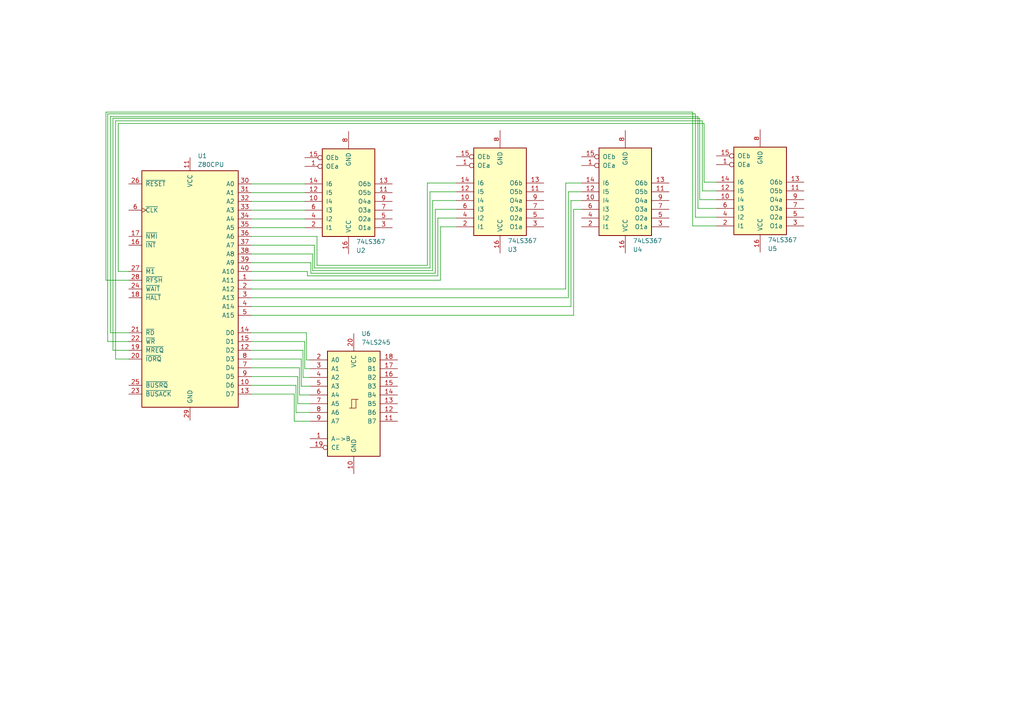
<source format=kicad_sch>
(kicad_sch (version 20230121) (generator eeschema)
  (paper "A4")
  (lib_symbols
    (symbol "74xx:74LS245" (pin_names (offset 1.016))
      (property "Reference" "U" (at -7.62 16.51 0))
      (property "Value" "74LS245" (at -7.62 -16.51 0))
      (symbol "74LS245_1_0"
        (polyline (pts (xy -0.635 -1.27) (xy -0.635 1.27) (xy 0.635 1.27)))
        (polyline (pts (xy -1.27 -1.27) (xy 0.635 -1.27) (xy 0.635 1.27) (xy 1.27 1.27)))
        (pin input line (at -12.7 -10.16 0) (length 5.08) (name "A->B") (number "1"))
        (pin power_in line (at 0 -20.32 90) (length 5.08) (name "GND") (number "10"))
        (pin tri_state line (at 12.7 -5.08 180) (length 5.08) (name "B7") (number "11"))
        (pin tri_state line (at 12.7 -2.54 180) (length 5.08) (name "B6") (number "12"))
        (pin tri_state line (at 12.7 0 180) (length 5.08) (name "B5") (number "13"))
        (pin tri_state line (at 12.7 2.54 180) (length 5.08) (name "B4") (number "14"))
        (pin tri_state line (at 12.7 5.08 180) (length 5.08) (name "B3") (number "15"))
        (pin tri_state line (at 12.7 7.62 180) (length 5.08) (name "B2") (number "16"))
        (pin tri_state line (at 12.7 10.16 180) (length 5.08) (name "B1") (number "17"))
        (pin tri_state line (at 12.7 12.7 180) (length 5.08) (name "B0") (number "18"))
        (pin input inverted (at -12.7 -12.7 0) (length 5.08) (name "CE") (number "19"))
        (pin tri_state line (at -12.7 12.7 0) (length 5.08) (name "A0") (number "2"))
        (pin power_in line (at 0 20.32 270) (length 5.08) (name "VCC") (number "20"))
        (pin tri_state line (at -12.7 10.16 0) (length 5.08) (name "A1") (number "3"))
        (pin tri_state line (at -12.7 7.62 0) (length 5.08) (name "A2") (number "4"))
        (pin tri_state line (at -12.7 5.08 0) (length 5.08) (name "A3") (number "5"))
        (pin tri_state line (at -12.7 2.54 0) (length 5.08) (name "A4") (number "6"))
        (pin tri_state line (at -12.7 0 0) (length 5.08) (name "A5") (number "7"))
        (pin tri_state line (at -12.7 -2.54 0) (length 5.08) (name "A6") (number "8"))
        (pin tri_state line (at -12.7 -5.08 0) (length 5.08) (name "A7") (number "9"))
      )
      (symbol "74LS245_1_1"
        (rectangle (start -7.62 15.24) (end 7.62 -15.24) (stroke (width 0.254)) (fill (type background)))
      )
    )
    (symbol "74xx:74LS367" (pin_names (offset 1.016))
      (property "Reference" "U" (at -7.62 13.97 0))
      (property "Value" "74LS367" (at -7.62 -13.97 0))
      (symbol "74LS367_1_0"
        (pin input inverted (at -12.7 -7.62 0) (length 5.08) (name "OEa") (number "1"))
        (pin input line (at -12.7 2.54 0) (length 5.08) (name "I4") (number "10"))
        (pin tri_state line (at 12.7 0 180) (length 5.08) (name "O5b") (number "11"))
        (pin input line (at -12.7 0 0) (length 5.08) (name "I5") (number "12"))
        (pin tri_state line (at 12.7 -2.54 180) (length 5.08) (name "O6b") (number "13"))
        (pin input line (at -12.7 -2.54 0) (length 5.08) (name "I6") (number "14"))
        (pin input inverted (at -12.7 -10.16 0) (length 5.08) (name "OEb") (number "15"))
        (pin power_in line (at 0 17.78 270) (length 5.08) (name "VCC") (number "16"))
        (pin input line (at -12.7 10.16 0) (length 5.08) (name "I1") (number "2"))
        (pin tri_state line (at 12.7 10.16 180) (length 5.08) (name "O1a") (number "3"))
        (pin input line (at -12.7 7.62 0) (length 5.08) (name "I2") (number "4"))
        (pin tri_state line (at 12.7 7.62 180) (length 5.08) (name "O2a") (number "5"))
        (pin input line (at -12.7 5.08 0) (length 5.08) (name "I3") (number "6"))
        (pin tri_state line (at 12.7 5.08 180) (length 5.08) (name "O3a") (number "7"))
        (pin power_in line (at 0 -17.78 90) (length 5.08) (name "GND") (number "8"))
        (pin tri_state line (at 12.7 2.54 180) (length 5.08) (name "O4a") (number "9"))
      )
      (symbol "74LS367_1_1"
        (rectangle (start -7.62 12.7) (end 7.62 -12.7) (stroke (width 0.254)) (fill (type background)))
      )
    )
    (symbol "CPU:Z80CPU" (pin_names (offset 1.016))
      (property "Reference" "U" (at -13.97 35.56 0))
      (property "Value" "Z80CPU" (at 6.35 35.56 0))
      (symbol "Z80CPU_0_1"
        (rectangle (start -13.97 34.29) (end 13.97 -34.29) (stroke (width 0.254)) (fill (type background)))
      )
      (symbol "Z80CPU_1_1"
        (pin output line (at 17.78 2.54 180) (length 3.81) (name "A11") (number "1"))
        (pin bidirectional line (at 17.78 -27.94 180) (length 3.81) (name "D6") (number "10"))
        (pin power_in line (at 0 38.1 270) (length 3.81) (name "VCC") (number "11"))
        (pin bidirectional line (at 17.78 -17.78 180) (length 3.81) (name "D2") (number "12"))
        (pin bidirectional line (at 17.78 -30.48 180) (length 3.81) (name "D7") (number "13"))
        (pin bidirectional line (at 17.78 -12.7 180) (length 3.81) (name "D0") (number "14"))
        (pin bidirectional line (at 17.78 -15.24 180) (length 3.81) (name "D1") (number "15"))
        (pin input line (at -17.78 12.7 0) (length 3.81) (name "~{INT}") (number "16"))
        (pin input line (at -17.78 15.24 0) (length 3.81) (name "~{NMI}") (number "17"))
        (pin output line (at -17.78 -2.54 0) (length 3.81) (name "~{HALT}") (number "18"))
        (pin output line (at -17.78 -17.78 0) (length 3.81) (name "~{MREQ}") (number "19"))
        (pin output line (at 17.78 0 180) (length 3.81) (name "A12") (number "2"))
        (pin output line (at -17.78 -20.32 0) (length 3.81) (name "~{IORQ}") (number "20"))
        (pin output line (at -17.78 -12.7 0) (length 3.81) (name "~{RD}") (number "21"))
        (pin output line (at -17.78 -15.24 0) (length 3.81) (name "~{WR}") (number "22"))
        (pin output line (at -17.78 -30.48 0) (length 3.81) (name "~{BUSACK}") (number "23"))
        (pin input line (at -17.78 0 0) (length 3.81) (name "~{WAIT}") (number "24"))
        (pin input line (at -17.78 -27.94 0) (length 3.81) (name "~{BUSRQ}") (number "25"))
        (pin input line (at -17.78 30.48 0) (length 3.81) (name "~{RESET}") (number "26"))
        (pin output line (at -17.78 5.08 0) (length 3.81) (name "~{M1}") (number "27"))
        (pin output line (at -17.78 2.54 0) (length 3.81) (name "~{RFSH}") (number "28"))
        (pin power_in line (at 0 -38.1 90) (length 3.81) (name "GND") (number "29"))
        (pin output line (at 17.78 -2.54 180) (length 3.81) (name "A13") (number "3"))
        (pin output line (at 17.78 30.48 180) (length 3.81) (name "A0") (number "30"))
        (pin output line (at 17.78 27.94 180) (length 3.81) (name "A1") (number "31"))
        (pin output line (at 17.78 25.4 180) (length 3.81) (name "A2") (number "32"))
        (pin output line (at 17.78 22.86 180) (length 3.81) (name "A3") (number "33"))
        (pin output line (at 17.78 20.32 180) (length 3.81) (name "A4") (number "34"))
        (pin output line (at 17.78 17.78 180) (length 3.81) (name "A5") (number "35"))
        (pin output line (at 17.78 15.24 180) (length 3.81) (name "A6") (number "36"))
        (pin output line (at 17.78 12.7 180) (length 3.81) (name "A7") (number "37"))
        (pin output line (at 17.78 10.16 180) (length 3.81) (name "A8") (number "38"))
        (pin output line (at 17.78 7.62 180) (length 3.81) (name "A9") (number "39"))
        (pin output line (at 17.78 -5.08 180) (length 3.81) (name "A14") (number "4"))
        (pin output line (at 17.78 5.08 180) (length 3.81) (name "A10") (number "40"))
        (pin output line (at 17.78 -7.62 180) (length 3.81) (name "A15") (number "5"))
        (pin input clock (at -17.78 22.86 0) (length 3.81) (name "~{CLK}") (number "6"))
        (pin bidirectional line (at 17.78 -22.86 180) (length 3.81) (name "D4") (number "7"))
        (pin bidirectional line (at 17.78 -20.32 180) (length 3.81) (name "D3") (number "8"))
        (pin bidirectional line (at 17.78 -25.4 180) (length 3.81) (name "D5") (number "9"))
      )
    )
  )
  (wire (pts (xy 87.884 101.6) (xy 87.884 109.474)))
  (wire (pts (xy 37.338 96.52) (xy 32.004 96.52)))
  (wire (pts (xy 165.608 58.166) (xy 168.656 58.166)))
  (wire (pts (xy 127.762 65.786) (xy 132.334 65.786)))
  (wire (pts (xy 86.868 114.554) (xy 89.916 114.554)))
  (wire (pts (xy 37.338 104.14) (xy 33.528 104.14)))
  (wire (pts (xy 72.898 96.52) (xy 88.9 96.52)))
  (wire (pts (xy 72.898 104.14) (xy 87.376 104.14)))
  (wire (pts (xy 72.898 114.3) (xy 85.344 114.3)))
  (wire (pts (xy 72.898 99.06) (xy 88.392 99.06)))
  (wire (pts (xy 201.676 62.992) (xy 207.772 62.992)))
  (wire (pts (xy 203.708 35.052) (xy 203.708 55.372)))
  (wire (pts (xy 32.766 34.29) (xy 202.946 34.29)))
  (wire (pts (xy 33.528 104.14) (xy 33.528 35.052)))
  (wire (pts (xy 202.946 34.29) (xy 202.946 57.912)))
  (wire (pts (xy 72.898 76.2) (xy 90.17 76.2)))
  (wire (pts (xy 72.898 73.66) (xy 90.678 73.66)))
  (wire (pts (xy 32.004 96.52) (xy 32.004 33.782)))
  (wire (pts (xy 88.392 55.88) (xy 72.898 55.88)))
  (wire (pts (xy 37.338 99.06) (xy 31.242 99.06)))
  (wire (pts (xy 85.852 111.76) (xy 85.852 119.634)))
  (wire (pts (xy 90.678 73.66) (xy 90.678 78.486)))
  (wire (pts (xy 126.238 79.248) (xy 126.238 60.706)))
  (wire (pts (xy 132.334 63.246) (xy 127 63.246)))
  (wire (pts (xy 127.762 81.28) (xy 127.762 65.786)))
  (wire (pts (xy 88.9 96.52) (xy 88.9 104.394)))
  (wire (pts (xy 86.868 106.68) (xy 86.868 114.554)))
  (wire (pts (xy 72.898 86.36) (xy 164.846 86.36)))
  (wire (pts (xy 164.084 53.086) (xy 168.656 53.086)))
  (wire (pts (xy 164.846 55.626) (xy 168.656 55.626)))
  (wire (pts (xy 87.376 112.014) (xy 89.916 112.014)))
  (wire (pts (xy 123.952 53.086) (xy 132.334 53.086)))
  (wire (pts (xy 127 80.01) (xy 89.154 80.01)))
  (wire (pts (xy 200.914 32.512) (xy 200.914 65.532)))
  (wire (pts (xy 72.898 106.68) (xy 86.868 106.68)))
  (wire (pts (xy 91.186 77.724) (xy 124.714 77.724)))
  (wire (pts (xy 85.344 114.3) (xy 85.344 122.174)))
  (wire (pts (xy 37.338 101.6) (xy 32.766 101.6)))
  (wire (pts (xy 202.438 60.452) (xy 207.772 60.452)))
  (wire (pts (xy 90.678 78.486) (xy 125.476 78.486)))
  (wire (pts (xy 164.084 83.82) (xy 164.084 53.086)))
  (wire (pts (xy 88.392 63.5) (xy 72.898 63.5)))
  (wire (pts (xy 30.734 81.28) (xy 30.734 32.512)))
  (wire (pts (xy 123.952 76.962) (xy 123.952 53.086)))
  (wire (pts (xy 88.392 66.04) (xy 72.898 66.04)))
  (wire (pts (xy 125.476 78.486) (xy 125.476 58.166)))
  (wire (pts (xy 72.898 71.12) (xy 91.186 71.12)))
  (wire (pts (xy 200.914 65.532) (xy 207.772 65.532)))
  (wire (pts (xy 31.242 99.06) (xy 31.242 33.02)))
  (wire (pts (xy 127 63.246) (xy 127 80.01)))
  (wire (pts (xy 165.608 88.9) (xy 165.608 58.166)))
  (wire (pts (xy 166.37 91.44) (xy 166.37 60.706)))
  (wire (pts (xy 204.216 35.814) (xy 204.216 52.832)))
  (wire (pts (xy 33.528 35.052) (xy 203.708 35.052)))
  (wire (pts (xy 72.898 83.82) (xy 164.084 83.82)))
  (wire (pts (xy 89.154 80.01) (xy 89.154 78.74)))
  (wire (pts (xy 126.238 60.706) (xy 132.334 60.706)))
  (wire (pts (xy 204.216 52.832) (xy 207.772 52.832)))
  (wire (pts (xy 125.476 58.166) (xy 132.334 58.166)))
  (wire (pts (xy 85.852 119.634) (xy 89.916 119.634)))
  (wire (pts (xy 124.714 55.626) (xy 132.334 55.626)))
  (wire (pts (xy 87.376 104.14) (xy 87.376 112.014)))
  (wire (pts (xy 32.004 33.782) (xy 202.438 33.782)))
  (wire (pts (xy 91.948 68.58) (xy 91.948 76.962)))
  (wire (pts (xy 72.898 111.76) (xy 85.852 111.76)))
  (wire (pts (xy 34.29 35.814) (xy 204.216 35.814)))
  (wire (pts (xy 88.392 58.42) (xy 72.898 58.42)))
  (wire (pts (xy 88.9 104.394) (xy 89.916 104.394)))
  (wire (pts (xy 91.948 76.962) (xy 123.952 76.962)))
  (wire (pts (xy 72.898 109.22) (xy 86.36 109.22)))
  (wire (pts (xy 37.338 81.28) (xy 30.734 81.28)))
  (wire (pts (xy 72.898 60.96) (xy 88.392 60.96)))
  (wire (pts (xy 32.766 34.29) (xy 32.766 101.6)))
  (wire (pts (xy 166.37 60.706) (xy 168.656 60.706)))
  (wire (pts (xy 72.898 101.6) (xy 87.884 101.6)))
  (wire (pts (xy 72.898 68.58) (xy 91.948 68.58)))
  (wire (pts (xy 202.946 57.912) (xy 207.772 57.912)))
  (wire (pts (xy 164.846 86.36) (xy 164.846 55.626)))
  (wire (pts (xy 85.344 122.174) (xy 89.916 122.174)))
  (wire (pts (xy 88.392 106.934) (xy 89.916 106.934)))
  (wire (pts (xy 90.17 76.2) (xy 90.17 79.248)))
  (wire (pts (xy 88.392 99.06) (xy 88.392 106.934)))
  (wire (pts (xy 87.884 109.474) (xy 89.916 109.474)))
  (wire (pts (xy 124.714 77.724) (xy 124.714 55.626)))
  (wire (pts (xy 89.154 78.74) (xy 72.898 78.74)))
  (wire (pts (xy 31.242 33.02) (xy 201.676 33.02)))
  (wire (pts (xy 90.17 79.248) (xy 126.238 79.248)))
  (wire (pts (xy 203.708 55.372) (xy 207.772 55.372)))
  (wire (pts (xy 72.898 81.28) (xy 127.762 81.28)))
  (wire (pts (xy 34.29 78.74) (xy 34.29 35.814)))
  (wire (pts (xy 202.438 33.782) (xy 202.438 60.452)))
  (wire (pts (xy 88.392 53.34) (xy 72.898 53.34)))
  (wire (pts (xy 37.338 78.74) (xy 34.29 78.74)))
  (wire (pts (xy 72.898 91.44) (xy 166.37 91.44)))
  (wire (pts (xy 72.898 88.9) (xy 165.608 88.9)))
  (wire (pts (xy 201.676 33.02) (xy 201.676 62.992)))
  (wire (pts (xy 30.734 32.512) (xy 200.914 32.512)))
  (wire (pts (xy 91.186 71.12) (xy 91.186 77.724)))
  (wire (pts (xy 86.36 117.094) (xy 89.916 117.094)))
  (wire (pts (xy 86.36 109.22) (xy 86.36 117.094)))
  (symbol (lib_id "74xx:74LS367") (at 220.472 55.372 0) (mirror x) (unit 1)
    (property "Reference" "U5" (at 222.6661 72.136 0) (effects (justify left)))
    (property "Value" "74LS367" (at 222.6661 69.596 0) (effects (justify left)))
    (property "Datasheet" "http://www.ti.com/lit/gpn/sn74LS367" (effects hide))
  )
  (symbol (lib_id "74xx:74LS367") (at 101.092 55.88 0) (mirror x) (unit 1)
    (property "Reference" "U2" (at 103.2861 72.644 0) (effects (justify left)))
    (property "Value" "74LS367" (at 103.2861 70.104 0) (effects (justify left)))
    (property "Datasheet" "http://www.ti.com/lit/gpn/sn74LS367" (effects hide))
  )
  (symbol (lib_id "74xx:74LS245") (at 102.616 117.094 0) (unit 1)
    (property "Reference" "U6" (at 104.8101 96.774 0) (effects (justify left)))
    (property "Value" "74LS245" (at 104.8101 99.314 0) (effects (justify left)))
    (property "Datasheet" "http://www.ti.com/lit/gpn/sn74LS245" (effects hide))
  )
  (symbol (lib_id "CPU:Z80CPU") (at 55.118 83.82 0) (unit 1)
    (property "Reference" "U1" (at 57.3121 45.212 0) (effects (justify left)))
    (property "Value" "Z80CPU" (at 57.3121 47.752 0) (effects (justify left)))
    (property "Datasheet" "www.zilog.com/manage_directlink.php?filepath=docs/z80/um0080" (effects hide))
  )
  (symbol (lib_id "74xx:74LS367") (at 145.034 55.626 0) (mirror x) (unit 1)
    (property "Reference" "U3" (at 147.2281 72.39 0) (effects (justify left)))
    (property "Value" "74LS367" (at 147.2281 69.85 0) (effects (justify left)))
    (property "Datasheet" "http://www.ti.com/lit/gpn/sn74LS367" (effects hide))
  )
  (symbol (lib_id "74xx:74LS367") (at 181.356 55.626 0) (mirror x) (unit 1)
    (property "Reference" "U4" (at 183.5501 72.39 0) (effects (justify left)))
    (property "Value" "74LS367" (at 183.5501 69.85 0) (effects (justify left)))
    (property "Datasheet" "http://www.ti.com/lit/gpn/sn74LS367" (effects hide))
  )
)
</source>
